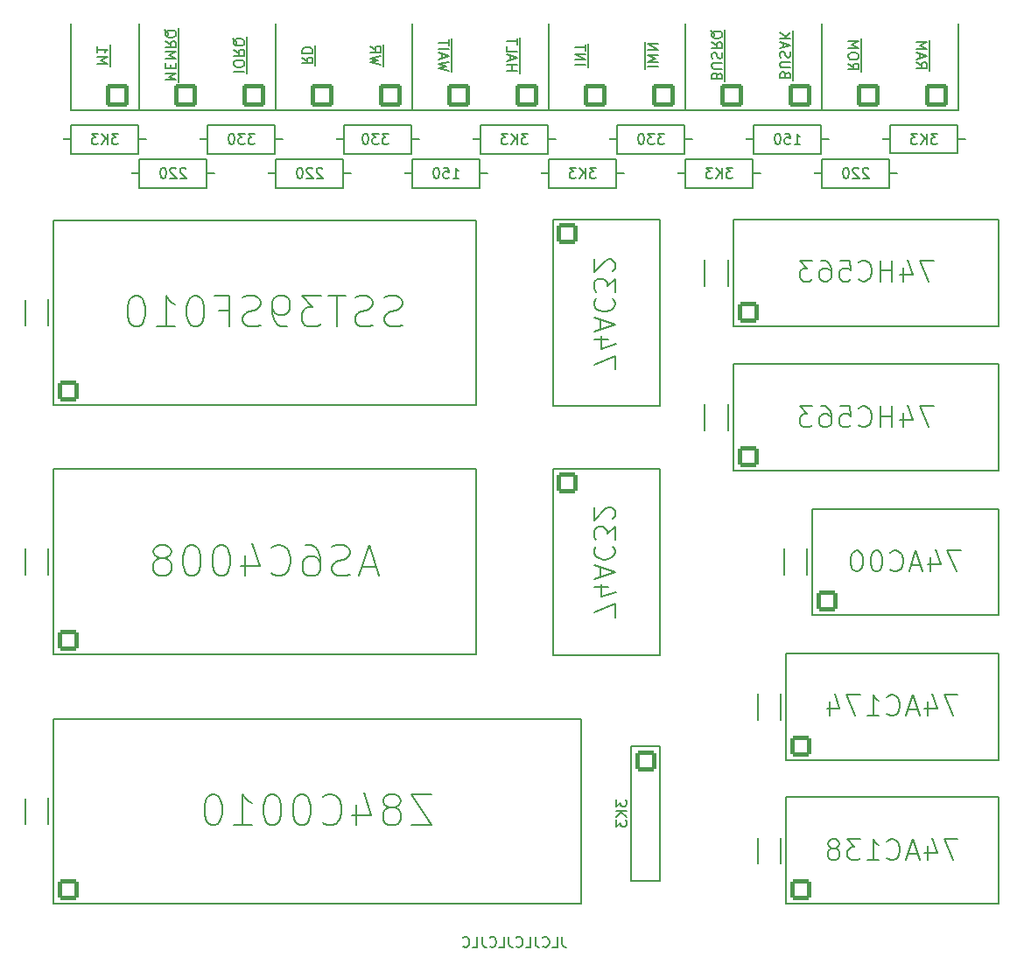
<source format=gbo>
G04 #@! TF.GenerationSoftware,KiCad,Pcbnew,(6.0.9)*
G04 #@! TF.CreationDate,2022-12-02T20:57:51-05:00*
G04 #@! TF.ProjectId,Part 4 - CPU and memory,50617274-2034-4202-9d20-43505520616e,1*
G04 #@! TF.SameCoordinates,Original*
G04 #@! TF.FileFunction,Legend,Bot*
G04 #@! TF.FilePolarity,Positive*
%FSLAX46Y46*%
G04 Gerber Fmt 4.6, Leading zero omitted, Abs format (unit mm)*
G04 Created by KiCad (PCBNEW (6.0.9)) date 2022-12-02 20:57:51*
%MOMM*%
%LPD*%
G01*
G04 APERTURE LIST*
G04 Aperture macros list*
%AMRoundRect*
0 Rectangle with rounded corners*
0 $1 Rounding radius*
0 $2 $3 $4 $5 $6 $7 $8 $9 X,Y pos of 4 corners*
0 Add a 4 corners polygon primitive as box body*
4,1,4,$2,$3,$4,$5,$6,$7,$8,$9,$2,$3,0*
0 Add four circle primitives for the rounded corners*
1,1,$1+$1,$2,$3*
1,1,$1+$1,$4,$5*
1,1,$1+$1,$6,$7*
1,1,$1+$1,$8,$9*
0 Add four rect primitives between the rounded corners*
20,1,$1+$1,$2,$3,$4,$5,0*
20,1,$1+$1,$4,$5,$6,$7,0*
20,1,$1+$1,$6,$7,$8,$9,0*
20,1,$1+$1,$8,$9,$2,$3,0*%
G04 Aperture macros list end*
%ADD10C,0.150000*%
%ADD11C,0.200000*%
%ADD12C,2.000000*%
%ADD13O,2.000000X2.000000*%
%ADD14RoundRect,0.200000X0.800000X-0.800000X0.800000X0.800000X-0.800000X0.800000X-0.800000X-0.800000X0*%
%ADD15RoundRect,0.200000X0.900000X0.900000X-0.900000X0.900000X-0.900000X-0.900000X0.900000X-0.900000X0*%
%ADD16C,2.200000*%
%ADD17RoundRect,0.200000X-0.800000X-0.800000X0.800000X-0.800000X0.800000X0.800000X-0.800000X0.800000X0*%
%ADD18RoundRect,0.200000X-0.890000X-3.810000X0.890000X-3.810000X0.890000X3.810000X-0.890000X3.810000X0*%
%ADD19RoundRect,0.200000X-0.800000X0.800000X-0.800000X-0.800000X0.800000X-0.800000X0.800000X0.800000X0*%
G04 APERTURE END LIST*
D10*
X143470380Y-115746376D02*
X143470380Y-116365423D01*
X143851333Y-116032090D01*
X143851333Y-116174947D01*
X143898952Y-116270185D01*
X143946571Y-116317804D01*
X144041809Y-116365423D01*
X144279904Y-116365423D01*
X144375142Y-116317804D01*
X144422761Y-116270185D01*
X144470380Y-116174947D01*
X144470380Y-115889233D01*
X144422761Y-115793995D01*
X144375142Y-115746376D01*
X144470380Y-116793995D02*
X143470380Y-116793995D01*
X144470380Y-117365423D02*
X143898952Y-116936852D01*
X143470380Y-117365423D02*
X144041809Y-116793995D01*
X143470380Y-117698757D02*
X143470380Y-118317804D01*
X143851333Y-117984471D01*
X143851333Y-118127328D01*
X143898952Y-118222566D01*
X143946571Y-118270185D01*
X144041809Y-118317804D01*
X144279904Y-118317804D01*
X144375142Y-118270185D01*
X144422761Y-118222566D01*
X144470380Y-118127328D01*
X144470380Y-117841614D01*
X144422761Y-117746376D01*
X144375142Y-117698757D01*
X127666666Y-55570380D02*
X128238095Y-55570380D01*
X127952380Y-55570380D02*
X127952380Y-54570380D01*
X128047619Y-54713238D01*
X128142857Y-54808476D01*
X128238095Y-54856095D01*
X126761904Y-54570380D02*
X127238095Y-54570380D01*
X127285714Y-55046571D01*
X127238095Y-54998952D01*
X127142857Y-54951333D01*
X126904761Y-54951333D01*
X126809523Y-54998952D01*
X126761904Y-55046571D01*
X126714285Y-55141809D01*
X126714285Y-55379904D01*
X126761904Y-55475142D01*
X126809523Y-55522761D01*
X126904761Y-55570380D01*
X127142857Y-55570380D01*
X127238095Y-55522761D01*
X127285714Y-55475142D01*
X126095238Y-54570380D02*
X126000000Y-54570380D01*
X125904761Y-54618000D01*
X125857142Y-54665619D01*
X125809523Y-54760857D01*
X125761904Y-54951333D01*
X125761904Y-55189428D01*
X125809523Y-55379904D01*
X125857142Y-55475142D01*
X125904761Y-55522761D01*
X126000000Y-55570380D01*
X126095238Y-55570380D01*
X126190476Y-55522761D01*
X126238095Y-55475142D01*
X126285714Y-55379904D01*
X126333333Y-55189428D01*
X126333333Y-54951333D01*
X126285714Y-54760857D01*
X126238095Y-54665619D01*
X126190476Y-54618000D01*
X126095238Y-54570380D01*
X160686666Y-52268380D02*
X161258095Y-52268380D01*
X160972380Y-52268380D02*
X160972380Y-51268380D01*
X161067619Y-51411238D01*
X161162857Y-51506476D01*
X161258095Y-51554095D01*
X159781904Y-51268380D02*
X160258095Y-51268380D01*
X160305714Y-51744571D01*
X160258095Y-51696952D01*
X160162857Y-51649333D01*
X159924761Y-51649333D01*
X159829523Y-51696952D01*
X159781904Y-51744571D01*
X159734285Y-51839809D01*
X159734285Y-52077904D01*
X159781904Y-52173142D01*
X159829523Y-52220761D01*
X159924761Y-52268380D01*
X160162857Y-52268380D01*
X160258095Y-52220761D01*
X160305714Y-52173142D01*
X159115238Y-51268380D02*
X159020000Y-51268380D01*
X158924761Y-51316000D01*
X158877142Y-51363619D01*
X158829523Y-51458857D01*
X158781904Y-51649333D01*
X158781904Y-51887428D01*
X158829523Y-52077904D01*
X158877142Y-52173142D01*
X158924761Y-52220761D01*
X159020000Y-52268380D01*
X159115238Y-52268380D01*
X159210476Y-52220761D01*
X159258095Y-52173142D01*
X159305714Y-52077904D01*
X159353333Y-51887428D01*
X159353333Y-51649333D01*
X159305714Y-51458857D01*
X159258095Y-51363619D01*
X159210476Y-51316000D01*
X159115238Y-51268380D01*
X148097714Y-51268380D02*
X147478666Y-51268380D01*
X147812000Y-51649333D01*
X147669142Y-51649333D01*
X147573904Y-51696952D01*
X147526285Y-51744571D01*
X147478666Y-51839809D01*
X147478666Y-52077904D01*
X147526285Y-52173142D01*
X147573904Y-52220761D01*
X147669142Y-52268380D01*
X147954857Y-52268380D01*
X148050095Y-52220761D01*
X148097714Y-52173142D01*
X147145333Y-51268380D02*
X146526285Y-51268380D01*
X146859619Y-51649333D01*
X146716761Y-51649333D01*
X146621523Y-51696952D01*
X146573904Y-51744571D01*
X146526285Y-51839809D01*
X146526285Y-52077904D01*
X146573904Y-52173142D01*
X146621523Y-52220761D01*
X146716761Y-52268380D01*
X147002476Y-52268380D01*
X147097714Y-52220761D01*
X147145333Y-52173142D01*
X145907238Y-51268380D02*
X145812000Y-51268380D01*
X145716761Y-51316000D01*
X145669142Y-51363619D01*
X145621523Y-51458857D01*
X145573904Y-51649333D01*
X145573904Y-51887428D01*
X145621523Y-52077904D01*
X145669142Y-52173142D01*
X145716761Y-52220761D01*
X145812000Y-52268380D01*
X145907238Y-52268380D01*
X146002476Y-52220761D01*
X146050095Y-52173142D01*
X146097714Y-52077904D01*
X146145333Y-51887428D01*
X146145333Y-51649333D01*
X146097714Y-51458857D01*
X146050095Y-51363619D01*
X146002476Y-51316000D01*
X145907238Y-51268380D01*
X121427714Y-51268380D02*
X120808666Y-51268380D01*
X121142000Y-51649333D01*
X120999142Y-51649333D01*
X120903904Y-51696952D01*
X120856285Y-51744571D01*
X120808666Y-51839809D01*
X120808666Y-52077904D01*
X120856285Y-52173142D01*
X120903904Y-52220761D01*
X120999142Y-52268380D01*
X121284857Y-52268380D01*
X121380095Y-52220761D01*
X121427714Y-52173142D01*
X120475333Y-51268380D02*
X119856285Y-51268380D01*
X120189619Y-51649333D01*
X120046761Y-51649333D01*
X119951523Y-51696952D01*
X119903904Y-51744571D01*
X119856285Y-51839809D01*
X119856285Y-52077904D01*
X119903904Y-52173142D01*
X119951523Y-52220761D01*
X120046761Y-52268380D01*
X120332476Y-52268380D01*
X120427714Y-52220761D01*
X120475333Y-52173142D01*
X119237238Y-51268380D02*
X119142000Y-51268380D01*
X119046761Y-51316000D01*
X118999142Y-51363619D01*
X118951523Y-51458857D01*
X118903904Y-51649333D01*
X118903904Y-51887428D01*
X118951523Y-52077904D01*
X118999142Y-52173142D01*
X119046761Y-52220761D01*
X119142000Y-52268380D01*
X119237238Y-52268380D01*
X119332476Y-52220761D01*
X119380095Y-52173142D01*
X119427714Y-52077904D01*
X119475333Y-51887428D01*
X119475333Y-51649333D01*
X119427714Y-51458857D01*
X119380095Y-51363619D01*
X119332476Y-51316000D01*
X119237238Y-51268380D01*
X108473714Y-51268380D02*
X107854666Y-51268380D01*
X108188000Y-51649333D01*
X108045142Y-51649333D01*
X107949904Y-51696952D01*
X107902285Y-51744571D01*
X107854666Y-51839809D01*
X107854666Y-52077904D01*
X107902285Y-52173142D01*
X107949904Y-52220761D01*
X108045142Y-52268380D01*
X108330857Y-52268380D01*
X108426095Y-52220761D01*
X108473714Y-52173142D01*
X107521333Y-51268380D02*
X106902285Y-51268380D01*
X107235619Y-51649333D01*
X107092761Y-51649333D01*
X106997523Y-51696952D01*
X106949904Y-51744571D01*
X106902285Y-51839809D01*
X106902285Y-52077904D01*
X106949904Y-52173142D01*
X106997523Y-52220761D01*
X107092761Y-52268380D01*
X107378476Y-52268380D01*
X107473714Y-52220761D01*
X107521333Y-52173142D01*
X106283238Y-51268380D02*
X106188000Y-51268380D01*
X106092761Y-51316000D01*
X106045142Y-51363619D01*
X105997523Y-51458857D01*
X105949904Y-51649333D01*
X105949904Y-51887428D01*
X105997523Y-52077904D01*
X106045142Y-52173142D01*
X106092761Y-52220761D01*
X106188000Y-52268380D01*
X106283238Y-52268380D01*
X106378476Y-52220761D01*
X106426095Y-52173142D01*
X106473714Y-52077904D01*
X106521333Y-51887428D01*
X106521333Y-51649333D01*
X106473714Y-51458857D01*
X106426095Y-51363619D01*
X106378476Y-51316000D01*
X106283238Y-51268380D01*
X101822095Y-54665619D02*
X101774476Y-54618000D01*
X101679238Y-54570380D01*
X101441142Y-54570380D01*
X101345904Y-54618000D01*
X101298285Y-54665619D01*
X101250666Y-54760857D01*
X101250666Y-54856095D01*
X101298285Y-54998952D01*
X101869714Y-55570380D01*
X101250666Y-55570380D01*
X100869714Y-54665619D02*
X100822095Y-54618000D01*
X100726857Y-54570380D01*
X100488761Y-54570380D01*
X100393523Y-54618000D01*
X100345904Y-54665619D01*
X100298285Y-54760857D01*
X100298285Y-54856095D01*
X100345904Y-54998952D01*
X100917333Y-55570380D01*
X100298285Y-55570380D01*
X99679238Y-54570380D02*
X99584000Y-54570380D01*
X99488761Y-54618000D01*
X99441142Y-54665619D01*
X99393523Y-54760857D01*
X99345904Y-54951333D01*
X99345904Y-55189428D01*
X99393523Y-55379904D01*
X99441142Y-55475142D01*
X99488761Y-55522761D01*
X99584000Y-55570380D01*
X99679238Y-55570380D01*
X99774476Y-55522761D01*
X99822095Y-55475142D01*
X99869714Y-55379904D01*
X99917333Y-55189428D01*
X99917333Y-54951333D01*
X99869714Y-54760857D01*
X99822095Y-54665619D01*
X99774476Y-54618000D01*
X99679238Y-54570380D01*
X115030095Y-54665619D02*
X114982476Y-54618000D01*
X114887238Y-54570380D01*
X114649142Y-54570380D01*
X114553904Y-54618000D01*
X114506285Y-54665619D01*
X114458666Y-54760857D01*
X114458666Y-54856095D01*
X114506285Y-54998952D01*
X115077714Y-55570380D01*
X114458666Y-55570380D01*
X114077714Y-54665619D02*
X114030095Y-54618000D01*
X113934857Y-54570380D01*
X113696761Y-54570380D01*
X113601523Y-54618000D01*
X113553904Y-54665619D01*
X113506285Y-54760857D01*
X113506285Y-54856095D01*
X113553904Y-54998952D01*
X114125333Y-55570380D01*
X113506285Y-55570380D01*
X112887238Y-54570380D02*
X112792000Y-54570380D01*
X112696761Y-54618000D01*
X112649142Y-54665619D01*
X112601523Y-54760857D01*
X112553904Y-54951333D01*
X112553904Y-55189428D01*
X112601523Y-55379904D01*
X112649142Y-55475142D01*
X112696761Y-55522761D01*
X112792000Y-55570380D01*
X112887238Y-55570380D01*
X112982476Y-55522761D01*
X113030095Y-55475142D01*
X113077714Y-55379904D01*
X113125333Y-55189428D01*
X113125333Y-54951333D01*
X113077714Y-54760857D01*
X113030095Y-54665619D01*
X112982476Y-54618000D01*
X112887238Y-54570380D01*
X167862095Y-54665619D02*
X167814476Y-54618000D01*
X167719238Y-54570380D01*
X167481142Y-54570380D01*
X167385904Y-54618000D01*
X167338285Y-54665619D01*
X167290666Y-54760857D01*
X167290666Y-54856095D01*
X167338285Y-54998952D01*
X167909714Y-55570380D01*
X167290666Y-55570380D01*
X166909714Y-54665619D02*
X166862095Y-54618000D01*
X166766857Y-54570380D01*
X166528761Y-54570380D01*
X166433523Y-54618000D01*
X166385904Y-54665619D01*
X166338285Y-54760857D01*
X166338285Y-54856095D01*
X166385904Y-54998952D01*
X166957333Y-55570380D01*
X166338285Y-55570380D01*
X165719238Y-54570380D02*
X165624000Y-54570380D01*
X165528761Y-54618000D01*
X165481142Y-54665619D01*
X165433523Y-54760857D01*
X165385904Y-54951333D01*
X165385904Y-55189428D01*
X165433523Y-55379904D01*
X165481142Y-55475142D01*
X165528761Y-55522761D01*
X165624000Y-55570380D01*
X165719238Y-55570380D01*
X165814476Y-55522761D01*
X165862095Y-55475142D01*
X165909714Y-55379904D01*
X165957333Y-55189428D01*
X165957333Y-54951333D01*
X165909714Y-54760857D01*
X165862095Y-54665619D01*
X165814476Y-54618000D01*
X165719238Y-54570380D01*
X174537523Y-51268380D02*
X173918476Y-51268380D01*
X174251809Y-51649333D01*
X174108952Y-51649333D01*
X174013714Y-51696952D01*
X173966095Y-51744571D01*
X173918476Y-51839809D01*
X173918476Y-52077904D01*
X173966095Y-52173142D01*
X174013714Y-52220761D01*
X174108952Y-52268380D01*
X174394666Y-52268380D01*
X174489904Y-52220761D01*
X174537523Y-52173142D01*
X173489904Y-52268380D02*
X173489904Y-51268380D01*
X172918476Y-52268380D02*
X173347047Y-51696952D01*
X172918476Y-51268380D02*
X173489904Y-51839809D01*
X172585142Y-51268380D02*
X171966095Y-51268380D01*
X172299428Y-51649333D01*
X172156571Y-51649333D01*
X172061333Y-51696952D01*
X172013714Y-51744571D01*
X171966095Y-51839809D01*
X171966095Y-52077904D01*
X172013714Y-52173142D01*
X172061333Y-52220761D01*
X172156571Y-52268380D01*
X172442285Y-52268380D01*
X172537523Y-52220761D01*
X172585142Y-52173142D01*
X154725523Y-54570380D02*
X154106476Y-54570380D01*
X154439809Y-54951333D01*
X154296952Y-54951333D01*
X154201714Y-54998952D01*
X154154095Y-55046571D01*
X154106476Y-55141809D01*
X154106476Y-55379904D01*
X154154095Y-55475142D01*
X154201714Y-55522761D01*
X154296952Y-55570380D01*
X154582666Y-55570380D01*
X154677904Y-55522761D01*
X154725523Y-55475142D01*
X153677904Y-55570380D02*
X153677904Y-54570380D01*
X153106476Y-55570380D02*
X153535047Y-54998952D01*
X153106476Y-54570380D02*
X153677904Y-55141809D01*
X152773142Y-54570380D02*
X152154095Y-54570380D01*
X152487428Y-54951333D01*
X152344571Y-54951333D01*
X152249333Y-54998952D01*
X152201714Y-55046571D01*
X152154095Y-55141809D01*
X152154095Y-55379904D01*
X152201714Y-55475142D01*
X152249333Y-55522761D01*
X152344571Y-55570380D01*
X152630285Y-55570380D01*
X152725523Y-55522761D01*
X152773142Y-55475142D01*
X141517523Y-54570380D02*
X140898476Y-54570380D01*
X141231809Y-54951333D01*
X141088952Y-54951333D01*
X140993714Y-54998952D01*
X140946095Y-55046571D01*
X140898476Y-55141809D01*
X140898476Y-55379904D01*
X140946095Y-55475142D01*
X140993714Y-55522761D01*
X141088952Y-55570380D01*
X141374666Y-55570380D01*
X141469904Y-55522761D01*
X141517523Y-55475142D01*
X140469904Y-55570380D02*
X140469904Y-54570380D01*
X139898476Y-55570380D02*
X140327047Y-54998952D01*
X139898476Y-54570380D02*
X140469904Y-55141809D01*
X139565142Y-54570380D02*
X138946095Y-54570380D01*
X139279428Y-54951333D01*
X139136571Y-54951333D01*
X139041333Y-54998952D01*
X138993714Y-55046571D01*
X138946095Y-55141809D01*
X138946095Y-55379904D01*
X138993714Y-55475142D01*
X139041333Y-55522761D01*
X139136571Y-55570380D01*
X139422285Y-55570380D01*
X139517523Y-55522761D01*
X139565142Y-55475142D01*
X134913523Y-51268380D02*
X134294476Y-51268380D01*
X134627809Y-51649333D01*
X134484952Y-51649333D01*
X134389714Y-51696952D01*
X134342095Y-51744571D01*
X134294476Y-51839809D01*
X134294476Y-52077904D01*
X134342095Y-52173142D01*
X134389714Y-52220761D01*
X134484952Y-52268380D01*
X134770666Y-52268380D01*
X134865904Y-52220761D01*
X134913523Y-52173142D01*
X133865904Y-52268380D02*
X133865904Y-51268380D01*
X133294476Y-52268380D02*
X133723047Y-51696952D01*
X133294476Y-51268380D02*
X133865904Y-51839809D01*
X132961142Y-51268380D02*
X132342095Y-51268380D01*
X132675428Y-51649333D01*
X132532571Y-51649333D01*
X132437333Y-51696952D01*
X132389714Y-51744571D01*
X132342095Y-51839809D01*
X132342095Y-52077904D01*
X132389714Y-52173142D01*
X132437333Y-52220761D01*
X132532571Y-52268380D01*
X132818285Y-52268380D01*
X132913523Y-52220761D01*
X132961142Y-52173142D01*
X95289523Y-51268380D02*
X94670476Y-51268380D01*
X95003809Y-51649333D01*
X94860952Y-51649333D01*
X94765714Y-51696952D01*
X94718095Y-51744571D01*
X94670476Y-51839809D01*
X94670476Y-52077904D01*
X94718095Y-52173142D01*
X94765714Y-52220761D01*
X94860952Y-52268380D01*
X95146666Y-52268380D01*
X95241904Y-52220761D01*
X95289523Y-52173142D01*
X94241904Y-52268380D02*
X94241904Y-51268380D01*
X93670476Y-52268380D02*
X94099047Y-51696952D01*
X93670476Y-51268380D02*
X94241904Y-51839809D01*
X93337142Y-51268380D02*
X92718095Y-51268380D01*
X93051428Y-51649333D01*
X92908571Y-51649333D01*
X92813333Y-51696952D01*
X92765714Y-51744571D01*
X92718095Y-51839809D01*
X92718095Y-52077904D01*
X92765714Y-52173142D01*
X92813333Y-52220761D01*
X92908571Y-52268380D01*
X93194285Y-52268380D01*
X93289523Y-52220761D01*
X93337142Y-52173142D01*
X123723400Y-55118000D02*
X122986800Y-55118000D01*
X180467000Y-111861600D02*
X159893000Y-111861600D01*
X159893000Y-111861600D02*
X159893000Y-101574600D01*
X159893000Y-101574600D02*
X180467000Y-101574600D01*
X180467000Y-101574600D02*
X180467000Y-111861600D01*
X123698000Y-49022000D02*
X110490000Y-49022000D01*
X154838400Y-69875400D02*
X180467000Y-69875400D01*
X180467000Y-69875400D02*
X180467000Y-59613800D01*
X180467000Y-59613800D02*
X154838400Y-59613800D01*
X154838400Y-59613800D02*
X154838400Y-69875400D01*
X169976800Y-53162200D02*
X176504600Y-53162200D01*
X176504600Y-53162200D02*
X176504600Y-50444400D01*
X176504600Y-50444400D02*
X169976800Y-50444400D01*
X169976800Y-50444400D02*
X169976800Y-53162200D01*
X152044400Y-66040000D02*
X152044400Y-63500000D01*
X156743400Y-51816000D02*
X156006800Y-51816000D01*
X103860600Y-55118000D02*
X104597200Y-55118000D01*
X89027000Y-59639200D02*
X129921000Y-59639200D01*
X129921000Y-59639200D02*
X129921000Y-77546200D01*
X129921000Y-77546200D02*
X89027000Y-77546200D01*
X89027000Y-77546200D02*
X89027000Y-59639200D01*
X157162500Y-108013500D02*
X157162500Y-105473500D01*
X110464600Y-53187600D02*
X103911400Y-53187600D01*
X103911400Y-53187600D02*
X103911400Y-50444400D01*
X103911400Y-50444400D02*
X110464600Y-50444400D01*
X110464600Y-50444400D02*
X110464600Y-53187600D01*
X136931400Y-55118000D02*
X136194800Y-55118000D01*
X163322000Y-40640000D02*
X163322000Y-49022000D01*
X136906000Y-49022000D02*
X123698000Y-49022000D01*
X159893000Y-125780800D02*
X180467000Y-125780800D01*
X180467000Y-125780800D02*
X180467000Y-115493800D01*
X180467000Y-115493800D02*
X159893000Y-115493800D01*
X159893000Y-115493800D02*
X159893000Y-125780800D01*
X156692600Y-53746400D02*
X150139400Y-53746400D01*
X150139400Y-53746400D02*
X150139400Y-56489600D01*
X150139400Y-56489600D02*
X156692600Y-56489600D01*
X156692600Y-56489600D02*
X156692600Y-53746400D01*
X163322000Y-49022000D02*
X176530000Y-49022000D01*
X159334200Y-105473500D02*
X159334200Y-108013500D01*
X130276600Y-53746400D02*
X123723400Y-53746400D01*
X123723400Y-53746400D02*
X123723400Y-56489600D01*
X123723400Y-56489600D02*
X130276600Y-56489600D01*
X130276600Y-56489600D02*
X130276600Y-53746400D01*
X86283800Y-91440000D02*
X86283800Y-93929200D01*
X159359600Y-121920000D02*
X159359600Y-119405400D01*
X154254200Y-77470000D02*
X154254200Y-79946500D01*
X152044400Y-79946500D02*
X152044400Y-77470000D01*
X97307400Y-55118000D02*
X96570800Y-55118000D01*
X162433000Y-97840800D02*
X180467000Y-97840800D01*
X180467000Y-97840800D02*
X180467000Y-87579200D01*
X180467000Y-87579200D02*
X162433000Y-87579200D01*
X162433000Y-87579200D02*
X162433000Y-97840800D01*
X86283800Y-67335400D02*
X86283800Y-69824600D01*
X143484600Y-55118000D02*
X144221200Y-55118000D01*
X88468200Y-93929200D02*
X88468200Y-91414600D01*
X129921000Y-83743800D02*
X89027000Y-83743800D01*
X89027000Y-83743800D02*
X89027000Y-101650800D01*
X89027000Y-101650800D02*
X129921000Y-101650800D01*
X129921000Y-101650800D02*
X129921000Y-83743800D01*
X157149800Y-119405400D02*
X157149800Y-121920000D01*
X123672600Y-51816000D02*
X124409200Y-51816000D01*
X123672600Y-53187600D02*
X117144800Y-53187600D01*
X117144800Y-53187600D02*
X117144800Y-50444400D01*
X117144800Y-50444400D02*
X123672600Y-50444400D01*
X123672600Y-50444400D02*
X123672600Y-53187600D01*
X143484600Y-53746400D02*
X136931400Y-53746400D01*
X136931400Y-53746400D02*
X136931400Y-56489600D01*
X136931400Y-56489600D02*
X143484600Y-56489600D01*
X143484600Y-56489600D02*
X143484600Y-53746400D01*
X144907000Y-110540800D02*
X147701000Y-110540800D01*
X147701000Y-110540800D02*
X147701000Y-123571000D01*
X147701000Y-123571000D02*
X144907000Y-123571000D01*
X144907000Y-123571000D02*
X144907000Y-110540800D01*
X110464600Y-51816000D02*
X111201200Y-51816000D01*
X136880600Y-53187600D02*
X130352800Y-53187600D01*
X130352800Y-53187600D02*
X130352800Y-50444400D01*
X130352800Y-50444400D02*
X136880600Y-50444400D01*
X136880600Y-50444400D02*
X136880600Y-53187600D01*
X117144800Y-51816000D02*
X116382800Y-51816000D01*
X90678000Y-49022000D02*
X90678000Y-40640000D01*
X154254200Y-63500000D02*
X154254200Y-66040000D01*
X103860600Y-53746400D02*
X97307400Y-53746400D01*
X97307400Y-53746400D02*
X97307400Y-56489600D01*
X97307400Y-56489600D02*
X103860600Y-56489600D01*
X103860600Y-56489600D02*
X103860600Y-53746400D01*
X150114000Y-49022000D02*
X136906000Y-49022000D01*
X103911400Y-51816000D02*
X103174800Y-51816000D01*
X150088600Y-51816000D02*
X150825200Y-51816000D01*
X156692600Y-55118000D02*
X157429200Y-55118000D01*
X89027000Y-107899200D02*
X140081000Y-107899200D01*
X140081000Y-107899200D02*
X140081000Y-125806200D01*
X140081000Y-125806200D02*
X89027000Y-125806200D01*
X89027000Y-125806200D02*
X89027000Y-107899200D01*
X169900600Y-53746400D02*
X163347400Y-53746400D01*
X163347400Y-53746400D02*
X163347400Y-56489600D01*
X163347400Y-56489600D02*
X169900600Y-56489600D01*
X169900600Y-56489600D02*
X169900600Y-53746400D01*
X110515400Y-55118000D02*
X109778800Y-55118000D01*
X161874200Y-93980000D02*
X161874200Y-91440000D01*
X176530000Y-49022000D02*
X176530000Y-40640000D01*
X156718000Y-49022000D02*
X150114000Y-49022000D01*
X110490000Y-49022000D02*
X97282000Y-49022000D01*
X150139400Y-55118000D02*
X149402800Y-55118000D01*
X163347400Y-55118000D02*
X162610800Y-55118000D01*
X176504600Y-51803300D02*
X177241200Y-51816000D01*
X150088600Y-53187600D02*
X143535400Y-53187600D01*
X143535400Y-53187600D02*
X143535400Y-50444400D01*
X143535400Y-50444400D02*
X150088600Y-50444400D01*
X150088600Y-50444400D02*
X150088600Y-53187600D01*
X130302000Y-51816000D02*
X129590800Y-51816000D01*
X136906000Y-49022000D02*
X136906000Y-40640000D01*
X90703400Y-51816000D02*
X89966800Y-51816000D01*
X169900600Y-55118000D02*
X170637200Y-55118000D01*
X97256600Y-50444400D02*
X90703400Y-50444400D01*
X90703400Y-50444400D02*
X90703400Y-53187600D01*
X90703400Y-53187600D02*
X97256600Y-53187600D01*
X97256600Y-53187600D02*
X97256600Y-50444400D01*
X97256600Y-51816000D02*
X97993200Y-51816000D01*
X110490000Y-49022000D02*
X110490000Y-40640000D01*
X117068600Y-55118000D02*
X117805200Y-55118000D01*
X163296600Y-51816000D02*
X164033200Y-51816000D01*
X88468200Y-118084600D02*
X88468200Y-115570000D01*
X137363200Y-83693000D02*
X147650200Y-83693000D01*
X147650200Y-83693000D02*
X147650200Y-101727000D01*
X147650200Y-101727000D02*
X137363200Y-101727000D01*
X137363200Y-101727000D02*
X137363200Y-83693000D01*
X123698000Y-49022000D02*
X123698000Y-40640000D01*
X163322000Y-49022000D02*
X156718000Y-49022000D01*
X159689800Y-91440000D02*
X159689800Y-93980000D01*
X163296600Y-50444400D02*
X156743400Y-50444400D01*
X156743400Y-50444400D02*
X156743400Y-53187600D01*
X156743400Y-53187600D02*
X163296600Y-53187600D01*
X163296600Y-53187600D02*
X163296600Y-50444400D01*
X169976800Y-51803300D02*
X169214800Y-51816000D01*
X86283800Y-115595400D02*
X86283800Y-118084600D01*
X88468200Y-69824600D02*
X88468200Y-67310000D01*
X97282000Y-49022000D02*
X97282000Y-40640000D01*
X97282000Y-49022000D02*
X90678000Y-49022000D01*
X150114000Y-49022000D02*
X150114000Y-40640000D01*
X137363200Y-59563000D02*
X147650200Y-59563000D01*
X147650200Y-59563000D02*
X147650200Y-77597000D01*
X147650200Y-77597000D02*
X137363200Y-77597000D01*
X137363200Y-77597000D02*
X137363200Y-59563000D01*
X180467000Y-83845400D02*
X154813000Y-83845400D01*
X154813000Y-83845400D02*
X154813000Y-73583800D01*
X154813000Y-73583800D02*
X180467000Y-73583800D01*
X180467000Y-73583800D02*
X180467000Y-83845400D01*
X117068600Y-53746400D02*
X110515400Y-53746400D01*
X110515400Y-53746400D02*
X110515400Y-56489600D01*
X110515400Y-56489600D02*
X117068600Y-56489600D01*
X117068600Y-56489600D02*
X117068600Y-53746400D01*
X143535400Y-51816000D02*
X142798800Y-51816000D01*
X136880600Y-51816000D02*
X137617200Y-51816000D01*
X130276600Y-55118000D02*
X131013200Y-55118000D01*
D11*
X143335238Y-98090952D02*
X143335238Y-96757619D01*
X141335238Y-97614761D01*
X142668571Y-95138571D02*
X141335238Y-95138571D01*
X143430476Y-95614761D02*
X142001904Y-96090952D01*
X142001904Y-94852857D01*
X141906666Y-94186190D02*
X141906666Y-93233809D01*
X141335238Y-94376666D02*
X143335238Y-93710000D01*
X141335238Y-93043333D01*
X141525714Y-91233809D02*
X141430476Y-91329047D01*
X141335238Y-91614761D01*
X141335238Y-91805238D01*
X141430476Y-92090952D01*
X141620952Y-92281428D01*
X141811428Y-92376666D01*
X142192380Y-92471904D01*
X142478095Y-92471904D01*
X142859047Y-92376666D01*
X143049523Y-92281428D01*
X143240000Y-92090952D01*
X143335238Y-91805238D01*
X143335238Y-91614761D01*
X143240000Y-91329047D01*
X143144761Y-91233809D01*
X143335238Y-90567142D02*
X143335238Y-89329047D01*
X142573333Y-89995714D01*
X142573333Y-89710000D01*
X142478095Y-89519523D01*
X142382857Y-89424285D01*
X142192380Y-89329047D01*
X141716190Y-89329047D01*
X141525714Y-89424285D01*
X141430476Y-89519523D01*
X141335238Y-89710000D01*
X141335238Y-90281428D01*
X141430476Y-90471904D01*
X141525714Y-90567142D01*
X143144761Y-88567142D02*
X143240000Y-88471904D01*
X143335238Y-88281428D01*
X143335238Y-87805238D01*
X143240000Y-87614761D01*
X143144761Y-87519523D01*
X142954285Y-87424285D01*
X142763809Y-87424285D01*
X142478095Y-87519523D01*
X141335238Y-88662380D01*
X141335238Y-87424285D01*
X125625428Y-115197142D02*
X123625428Y-115197142D01*
X125625428Y-118197142D01*
X123625428Y-118197142D01*
X122054000Y-116482857D02*
X122339714Y-116340000D01*
X122482571Y-116197142D01*
X122625428Y-115911428D01*
X122625428Y-115768571D01*
X122482571Y-115482857D01*
X122339714Y-115340000D01*
X122054000Y-115197142D01*
X121482571Y-115197142D01*
X121196857Y-115340000D01*
X121054000Y-115482857D01*
X120911142Y-115768571D01*
X120911142Y-115911428D01*
X121054000Y-116197142D01*
X121196857Y-116340000D01*
X121482571Y-116482857D01*
X122054000Y-116482857D01*
X122339714Y-116625714D01*
X122482571Y-116768571D01*
X122625428Y-117054285D01*
X122625428Y-117625714D01*
X122482571Y-117911428D01*
X122339714Y-118054285D01*
X122054000Y-118197142D01*
X121482571Y-118197142D01*
X121196857Y-118054285D01*
X121054000Y-117911428D01*
X120911142Y-117625714D01*
X120911142Y-117054285D01*
X121054000Y-116768571D01*
X121196857Y-116625714D01*
X121482571Y-116482857D01*
X118339714Y-116197142D02*
X118339714Y-118197142D01*
X119054000Y-115054285D02*
X119768285Y-117197142D01*
X117911142Y-117197142D01*
X115054000Y-117911428D02*
X115196857Y-118054285D01*
X115625428Y-118197142D01*
X115911142Y-118197142D01*
X116339714Y-118054285D01*
X116625428Y-117768571D01*
X116768285Y-117482857D01*
X116911142Y-116911428D01*
X116911142Y-116482857D01*
X116768285Y-115911428D01*
X116625428Y-115625714D01*
X116339714Y-115340000D01*
X115911142Y-115197142D01*
X115625428Y-115197142D01*
X115196857Y-115340000D01*
X115054000Y-115482857D01*
X113196857Y-115197142D02*
X112911142Y-115197142D01*
X112625428Y-115340000D01*
X112482571Y-115482857D01*
X112339714Y-115768571D01*
X112196857Y-116340000D01*
X112196857Y-117054285D01*
X112339714Y-117625714D01*
X112482571Y-117911428D01*
X112625428Y-118054285D01*
X112911142Y-118197142D01*
X113196857Y-118197142D01*
X113482571Y-118054285D01*
X113625428Y-117911428D01*
X113768285Y-117625714D01*
X113911142Y-117054285D01*
X113911142Y-116340000D01*
X113768285Y-115768571D01*
X113625428Y-115482857D01*
X113482571Y-115340000D01*
X113196857Y-115197142D01*
X110339714Y-115197142D02*
X110054000Y-115197142D01*
X109768285Y-115340000D01*
X109625428Y-115482857D01*
X109482571Y-115768571D01*
X109339714Y-116340000D01*
X109339714Y-117054285D01*
X109482571Y-117625714D01*
X109625428Y-117911428D01*
X109768285Y-118054285D01*
X110054000Y-118197142D01*
X110339714Y-118197142D01*
X110625428Y-118054285D01*
X110768285Y-117911428D01*
X110911142Y-117625714D01*
X111054000Y-117054285D01*
X111054000Y-116340000D01*
X110911142Y-115768571D01*
X110768285Y-115482857D01*
X110625428Y-115340000D01*
X110339714Y-115197142D01*
X106482571Y-118197142D02*
X108196857Y-118197142D01*
X107339714Y-118197142D02*
X107339714Y-115197142D01*
X107625428Y-115625714D01*
X107911142Y-115911428D01*
X108196857Y-116054285D01*
X104625428Y-115197142D02*
X104339714Y-115197142D01*
X104054000Y-115340000D01*
X103911142Y-115482857D01*
X103768285Y-115768571D01*
X103625428Y-116340000D01*
X103625428Y-117054285D01*
X103768285Y-117625714D01*
X103911142Y-117911428D01*
X104054000Y-118054285D01*
X104339714Y-118197142D01*
X104625428Y-118197142D01*
X104911142Y-118054285D01*
X105054000Y-117911428D01*
X105196857Y-117625714D01*
X105339714Y-117054285D01*
X105339714Y-116340000D01*
X105196857Y-115768571D01*
X105054000Y-115482857D01*
X104911142Y-115340000D01*
X104625428Y-115197142D01*
X174163809Y-77644761D02*
X172830476Y-77644761D01*
X173687619Y-79644761D01*
X171211428Y-78311428D02*
X171211428Y-79644761D01*
X171687619Y-77549523D02*
X172163809Y-78978095D01*
X170925714Y-78978095D01*
X170163809Y-79644761D02*
X170163809Y-77644761D01*
X170163809Y-78597142D02*
X169020952Y-78597142D01*
X169020952Y-79644761D02*
X169020952Y-77644761D01*
X166925714Y-79454285D02*
X167020952Y-79549523D01*
X167306666Y-79644761D01*
X167497142Y-79644761D01*
X167782857Y-79549523D01*
X167973333Y-79359047D01*
X168068571Y-79168571D01*
X168163809Y-78787619D01*
X168163809Y-78501904D01*
X168068571Y-78120952D01*
X167973333Y-77930476D01*
X167782857Y-77740000D01*
X167497142Y-77644761D01*
X167306666Y-77644761D01*
X167020952Y-77740000D01*
X166925714Y-77835238D01*
X165116190Y-77644761D02*
X166068571Y-77644761D01*
X166163809Y-78597142D01*
X166068571Y-78501904D01*
X165878095Y-78406666D01*
X165401904Y-78406666D01*
X165211428Y-78501904D01*
X165116190Y-78597142D01*
X165020952Y-78787619D01*
X165020952Y-79263809D01*
X165116190Y-79454285D01*
X165211428Y-79549523D01*
X165401904Y-79644761D01*
X165878095Y-79644761D01*
X166068571Y-79549523D01*
X166163809Y-79454285D01*
X163306666Y-77644761D02*
X163687619Y-77644761D01*
X163878095Y-77740000D01*
X163973333Y-77835238D01*
X164163809Y-78120952D01*
X164259047Y-78501904D01*
X164259047Y-79263809D01*
X164163809Y-79454285D01*
X164068571Y-79549523D01*
X163878095Y-79644761D01*
X163497142Y-79644761D01*
X163306666Y-79549523D01*
X163211428Y-79454285D01*
X163116190Y-79263809D01*
X163116190Y-78787619D01*
X163211428Y-78597142D01*
X163306666Y-78501904D01*
X163497142Y-78406666D01*
X163878095Y-78406666D01*
X164068571Y-78501904D01*
X164163809Y-78597142D01*
X164259047Y-78787619D01*
X162449523Y-77644761D02*
X161211428Y-77644761D01*
X161878095Y-78406666D01*
X161592380Y-78406666D01*
X161401904Y-78501904D01*
X161306666Y-78597142D01*
X161211428Y-78787619D01*
X161211428Y-79263809D01*
X161306666Y-79454285D01*
X161401904Y-79549523D01*
X161592380Y-79644761D01*
X162163809Y-79644761D01*
X162354285Y-79549523D01*
X162449523Y-79454285D01*
X120259714Y-93210000D02*
X118831142Y-93210000D01*
X120545428Y-94067142D02*
X119545428Y-91067142D01*
X118545428Y-94067142D01*
X117688285Y-93924285D02*
X117259714Y-94067142D01*
X116545428Y-94067142D01*
X116259714Y-93924285D01*
X116116857Y-93781428D01*
X115974000Y-93495714D01*
X115974000Y-93210000D01*
X116116857Y-92924285D01*
X116259714Y-92781428D01*
X116545428Y-92638571D01*
X117116857Y-92495714D01*
X117402571Y-92352857D01*
X117545428Y-92210000D01*
X117688285Y-91924285D01*
X117688285Y-91638571D01*
X117545428Y-91352857D01*
X117402571Y-91210000D01*
X117116857Y-91067142D01*
X116402571Y-91067142D01*
X115974000Y-91210000D01*
X113402571Y-91067142D02*
X113974000Y-91067142D01*
X114259714Y-91210000D01*
X114402571Y-91352857D01*
X114688285Y-91781428D01*
X114831142Y-92352857D01*
X114831142Y-93495714D01*
X114688285Y-93781428D01*
X114545428Y-93924285D01*
X114259714Y-94067142D01*
X113688285Y-94067142D01*
X113402571Y-93924285D01*
X113259714Y-93781428D01*
X113116857Y-93495714D01*
X113116857Y-92781428D01*
X113259714Y-92495714D01*
X113402571Y-92352857D01*
X113688285Y-92210000D01*
X114259714Y-92210000D01*
X114545428Y-92352857D01*
X114688285Y-92495714D01*
X114831142Y-92781428D01*
X110116857Y-93781428D02*
X110259714Y-93924285D01*
X110688285Y-94067142D01*
X110974000Y-94067142D01*
X111402571Y-93924285D01*
X111688285Y-93638571D01*
X111831142Y-93352857D01*
X111974000Y-92781428D01*
X111974000Y-92352857D01*
X111831142Y-91781428D01*
X111688285Y-91495714D01*
X111402571Y-91210000D01*
X110974000Y-91067142D01*
X110688285Y-91067142D01*
X110259714Y-91210000D01*
X110116857Y-91352857D01*
X107545428Y-92067142D02*
X107545428Y-94067142D01*
X108259714Y-90924285D02*
X108974000Y-93067142D01*
X107116857Y-93067142D01*
X105402571Y-91067142D02*
X105116857Y-91067142D01*
X104831142Y-91210000D01*
X104688285Y-91352857D01*
X104545428Y-91638571D01*
X104402571Y-92210000D01*
X104402571Y-92924285D01*
X104545428Y-93495714D01*
X104688285Y-93781428D01*
X104831142Y-93924285D01*
X105116857Y-94067142D01*
X105402571Y-94067142D01*
X105688285Y-93924285D01*
X105831142Y-93781428D01*
X105974000Y-93495714D01*
X106116857Y-92924285D01*
X106116857Y-92210000D01*
X105974000Y-91638571D01*
X105831142Y-91352857D01*
X105688285Y-91210000D01*
X105402571Y-91067142D01*
X102545428Y-91067142D02*
X102259714Y-91067142D01*
X101974000Y-91210000D01*
X101831142Y-91352857D01*
X101688285Y-91638571D01*
X101545428Y-92210000D01*
X101545428Y-92924285D01*
X101688285Y-93495714D01*
X101831142Y-93781428D01*
X101974000Y-93924285D01*
X102259714Y-94067142D01*
X102545428Y-94067142D01*
X102831142Y-93924285D01*
X102974000Y-93781428D01*
X103116857Y-93495714D01*
X103259714Y-92924285D01*
X103259714Y-92210000D01*
X103116857Y-91638571D01*
X102974000Y-91352857D01*
X102831142Y-91210000D01*
X102545428Y-91067142D01*
X99831142Y-92352857D02*
X100116857Y-92210000D01*
X100259714Y-92067142D01*
X100402571Y-91781428D01*
X100402571Y-91638571D01*
X100259714Y-91352857D01*
X100116857Y-91210000D01*
X99831142Y-91067142D01*
X99259714Y-91067142D01*
X98974000Y-91210000D01*
X98831142Y-91352857D01*
X98688285Y-91638571D01*
X98688285Y-91781428D01*
X98831142Y-92067142D01*
X98974000Y-92210000D01*
X99259714Y-92352857D01*
X99831142Y-92352857D01*
X100116857Y-92495714D01*
X100259714Y-92638571D01*
X100402571Y-92924285D01*
X100402571Y-93495714D01*
X100259714Y-93781428D01*
X100116857Y-93924285D01*
X99831142Y-94067142D01*
X99259714Y-94067142D01*
X98974000Y-93924285D01*
X98831142Y-93781428D01*
X98688285Y-93495714D01*
X98688285Y-92924285D01*
X98831142Y-92638571D01*
X98974000Y-92495714D01*
X99259714Y-92352857D01*
X176513333Y-119554761D02*
X175180000Y-119554761D01*
X176037142Y-121554761D01*
X173560952Y-120221428D02*
X173560952Y-121554761D01*
X174037142Y-119459523D02*
X174513333Y-120888095D01*
X173275238Y-120888095D01*
X172608571Y-120983333D02*
X171656190Y-120983333D01*
X172799047Y-121554761D02*
X172132380Y-119554761D01*
X171465714Y-121554761D01*
X169656190Y-121364285D02*
X169751428Y-121459523D01*
X170037142Y-121554761D01*
X170227619Y-121554761D01*
X170513333Y-121459523D01*
X170703809Y-121269047D01*
X170799047Y-121078571D01*
X170894285Y-120697619D01*
X170894285Y-120411904D01*
X170799047Y-120030952D01*
X170703809Y-119840476D01*
X170513333Y-119650000D01*
X170227619Y-119554761D01*
X170037142Y-119554761D01*
X169751428Y-119650000D01*
X169656190Y-119745238D01*
X167751428Y-121554761D02*
X168894285Y-121554761D01*
X168322857Y-121554761D02*
X168322857Y-119554761D01*
X168513333Y-119840476D01*
X168703809Y-120030952D01*
X168894285Y-120126190D01*
X167084761Y-119554761D02*
X165846666Y-119554761D01*
X166513333Y-120316666D01*
X166227619Y-120316666D01*
X166037142Y-120411904D01*
X165941904Y-120507142D01*
X165846666Y-120697619D01*
X165846666Y-121173809D01*
X165941904Y-121364285D01*
X166037142Y-121459523D01*
X166227619Y-121554761D01*
X166799047Y-121554761D01*
X166989523Y-121459523D01*
X167084761Y-121364285D01*
X164703809Y-120411904D02*
X164894285Y-120316666D01*
X164989523Y-120221428D01*
X165084761Y-120030952D01*
X165084761Y-119935714D01*
X164989523Y-119745238D01*
X164894285Y-119650000D01*
X164703809Y-119554761D01*
X164322857Y-119554761D01*
X164132380Y-119650000D01*
X164037142Y-119745238D01*
X163941904Y-119935714D01*
X163941904Y-120030952D01*
X164037142Y-120221428D01*
X164132380Y-120316666D01*
X164322857Y-120411904D01*
X164703809Y-120411904D01*
X164894285Y-120507142D01*
X164989523Y-120602380D01*
X165084761Y-120792857D01*
X165084761Y-121173809D01*
X164989523Y-121364285D01*
X164894285Y-121459523D01*
X164703809Y-121554761D01*
X164322857Y-121554761D01*
X164132380Y-121459523D01*
X164037142Y-121364285D01*
X163941904Y-121173809D01*
X163941904Y-120792857D01*
X164037142Y-120602380D01*
X164132380Y-120507142D01*
X164322857Y-120411904D01*
X176830952Y-91614761D02*
X175497619Y-91614761D01*
X176354761Y-93614761D01*
X173878571Y-92281428D02*
X173878571Y-93614761D01*
X174354761Y-91519523D02*
X174830952Y-92948095D01*
X173592857Y-92948095D01*
X172926190Y-93043333D02*
X171973809Y-93043333D01*
X173116666Y-93614761D02*
X172450000Y-91614761D01*
X171783333Y-93614761D01*
X169973809Y-93424285D02*
X170069047Y-93519523D01*
X170354761Y-93614761D01*
X170545238Y-93614761D01*
X170830952Y-93519523D01*
X171021428Y-93329047D01*
X171116666Y-93138571D01*
X171211904Y-92757619D01*
X171211904Y-92471904D01*
X171116666Y-92090952D01*
X171021428Y-91900476D01*
X170830952Y-91710000D01*
X170545238Y-91614761D01*
X170354761Y-91614761D01*
X170069047Y-91710000D01*
X169973809Y-91805238D01*
X168735714Y-91614761D02*
X168545238Y-91614761D01*
X168354761Y-91710000D01*
X168259523Y-91805238D01*
X168164285Y-91995714D01*
X168069047Y-92376666D01*
X168069047Y-92852857D01*
X168164285Y-93233809D01*
X168259523Y-93424285D01*
X168354761Y-93519523D01*
X168545238Y-93614761D01*
X168735714Y-93614761D01*
X168926190Y-93519523D01*
X169021428Y-93424285D01*
X169116666Y-93233809D01*
X169211904Y-92852857D01*
X169211904Y-92376666D01*
X169116666Y-91995714D01*
X169021428Y-91805238D01*
X168926190Y-91710000D01*
X168735714Y-91614761D01*
X166830952Y-91614761D02*
X166640476Y-91614761D01*
X166450000Y-91710000D01*
X166354761Y-91805238D01*
X166259523Y-91995714D01*
X166164285Y-92376666D01*
X166164285Y-92852857D01*
X166259523Y-93233809D01*
X166354761Y-93424285D01*
X166450000Y-93519523D01*
X166640476Y-93614761D01*
X166830952Y-93614761D01*
X167021428Y-93519523D01*
X167116666Y-93424285D01*
X167211904Y-93233809D01*
X167307142Y-92852857D01*
X167307142Y-92376666D01*
X167211904Y-91995714D01*
X167116666Y-91805238D01*
X167021428Y-91710000D01*
X166830952Y-91614761D01*
D10*
X138223047Y-128992380D02*
X138223047Y-129706666D01*
X138270666Y-129849523D01*
X138365904Y-129944761D01*
X138508761Y-129992380D01*
X138604000Y-129992380D01*
X137270666Y-129992380D02*
X137746857Y-129992380D01*
X137746857Y-128992380D01*
X136365904Y-129897142D02*
X136413523Y-129944761D01*
X136556380Y-129992380D01*
X136651619Y-129992380D01*
X136794476Y-129944761D01*
X136889714Y-129849523D01*
X136937333Y-129754285D01*
X136984952Y-129563809D01*
X136984952Y-129420952D01*
X136937333Y-129230476D01*
X136889714Y-129135238D01*
X136794476Y-129040000D01*
X136651619Y-128992380D01*
X136556380Y-128992380D01*
X136413523Y-129040000D01*
X136365904Y-129087619D01*
X135651619Y-128992380D02*
X135651619Y-129706666D01*
X135699238Y-129849523D01*
X135794476Y-129944761D01*
X135937333Y-129992380D01*
X136032571Y-129992380D01*
X134699238Y-129992380D02*
X135175428Y-129992380D01*
X135175428Y-128992380D01*
X133794476Y-129897142D02*
X133842095Y-129944761D01*
X133984952Y-129992380D01*
X134080190Y-129992380D01*
X134223047Y-129944761D01*
X134318285Y-129849523D01*
X134365904Y-129754285D01*
X134413523Y-129563809D01*
X134413523Y-129420952D01*
X134365904Y-129230476D01*
X134318285Y-129135238D01*
X134223047Y-129040000D01*
X134080190Y-128992380D01*
X133984952Y-128992380D01*
X133842095Y-129040000D01*
X133794476Y-129087619D01*
X133080190Y-128992380D02*
X133080190Y-129706666D01*
X133127809Y-129849523D01*
X133223047Y-129944761D01*
X133365904Y-129992380D01*
X133461142Y-129992380D01*
X132127809Y-129992380D02*
X132604000Y-129992380D01*
X132604000Y-128992380D01*
X131223047Y-129897142D02*
X131270666Y-129944761D01*
X131413523Y-129992380D01*
X131508761Y-129992380D01*
X131651619Y-129944761D01*
X131746857Y-129849523D01*
X131794476Y-129754285D01*
X131842095Y-129563809D01*
X131842095Y-129420952D01*
X131794476Y-129230476D01*
X131746857Y-129135238D01*
X131651619Y-129040000D01*
X131508761Y-128992380D01*
X131413523Y-128992380D01*
X131270666Y-129040000D01*
X131223047Y-129087619D01*
X130508761Y-128992380D02*
X130508761Y-129706666D01*
X130556380Y-129849523D01*
X130651619Y-129944761D01*
X130794476Y-129992380D01*
X130889714Y-129992380D01*
X129556380Y-129992380D02*
X130032571Y-129992380D01*
X130032571Y-128992380D01*
X128651619Y-129897142D02*
X128699238Y-129944761D01*
X128842095Y-129992380D01*
X128937333Y-129992380D01*
X129080190Y-129944761D01*
X129175428Y-129849523D01*
X129223047Y-129754285D01*
X129270666Y-129563809D01*
X129270666Y-129420952D01*
X129223047Y-129230476D01*
X129175428Y-129135238D01*
X129080190Y-129040000D01*
X128937333Y-128992380D01*
X128842095Y-128992380D01*
X128699238Y-129040000D01*
X128651619Y-129087619D01*
D11*
X174163809Y-63547761D02*
X172830476Y-63547761D01*
X173687619Y-65547761D01*
X171211428Y-64214428D02*
X171211428Y-65547761D01*
X171687619Y-63452523D02*
X172163809Y-64881095D01*
X170925714Y-64881095D01*
X170163809Y-65547761D02*
X170163809Y-63547761D01*
X170163809Y-64500142D02*
X169020952Y-64500142D01*
X169020952Y-65547761D02*
X169020952Y-63547761D01*
X166925714Y-65357285D02*
X167020952Y-65452523D01*
X167306666Y-65547761D01*
X167497142Y-65547761D01*
X167782857Y-65452523D01*
X167973333Y-65262047D01*
X168068571Y-65071571D01*
X168163809Y-64690619D01*
X168163809Y-64404904D01*
X168068571Y-64023952D01*
X167973333Y-63833476D01*
X167782857Y-63643000D01*
X167497142Y-63547761D01*
X167306666Y-63547761D01*
X167020952Y-63643000D01*
X166925714Y-63738238D01*
X165116190Y-63547761D02*
X166068571Y-63547761D01*
X166163809Y-64500142D01*
X166068571Y-64404904D01*
X165878095Y-64309666D01*
X165401904Y-64309666D01*
X165211428Y-64404904D01*
X165116190Y-64500142D01*
X165020952Y-64690619D01*
X165020952Y-65166809D01*
X165116190Y-65357285D01*
X165211428Y-65452523D01*
X165401904Y-65547761D01*
X165878095Y-65547761D01*
X166068571Y-65452523D01*
X166163809Y-65357285D01*
X163306666Y-63547761D02*
X163687619Y-63547761D01*
X163878095Y-63643000D01*
X163973333Y-63738238D01*
X164163809Y-64023952D01*
X164259047Y-64404904D01*
X164259047Y-65166809D01*
X164163809Y-65357285D01*
X164068571Y-65452523D01*
X163878095Y-65547761D01*
X163497142Y-65547761D01*
X163306666Y-65452523D01*
X163211428Y-65357285D01*
X163116190Y-65166809D01*
X163116190Y-64690619D01*
X163211428Y-64500142D01*
X163306666Y-64404904D01*
X163497142Y-64309666D01*
X163878095Y-64309666D01*
X164068571Y-64404904D01*
X164163809Y-64500142D01*
X164259047Y-64690619D01*
X162449523Y-63547761D02*
X161211428Y-63547761D01*
X161878095Y-64309666D01*
X161592380Y-64309666D01*
X161401904Y-64404904D01*
X161306666Y-64500142D01*
X161211428Y-64690619D01*
X161211428Y-65166809D01*
X161306666Y-65357285D01*
X161401904Y-65452523D01*
X161592380Y-65547761D01*
X162163809Y-65547761D01*
X162354285Y-65452523D01*
X162449523Y-65357285D01*
X122759714Y-69794285D02*
X122331142Y-69937142D01*
X121616857Y-69937142D01*
X121331142Y-69794285D01*
X121188285Y-69651428D01*
X121045428Y-69365714D01*
X121045428Y-69080000D01*
X121188285Y-68794285D01*
X121331142Y-68651428D01*
X121616857Y-68508571D01*
X122188285Y-68365714D01*
X122474000Y-68222857D01*
X122616857Y-68080000D01*
X122759714Y-67794285D01*
X122759714Y-67508571D01*
X122616857Y-67222857D01*
X122474000Y-67080000D01*
X122188285Y-66937142D01*
X121474000Y-66937142D01*
X121045428Y-67080000D01*
X119902571Y-69794285D02*
X119474000Y-69937142D01*
X118759714Y-69937142D01*
X118474000Y-69794285D01*
X118331142Y-69651428D01*
X118188285Y-69365714D01*
X118188285Y-69080000D01*
X118331142Y-68794285D01*
X118474000Y-68651428D01*
X118759714Y-68508571D01*
X119331142Y-68365714D01*
X119616857Y-68222857D01*
X119759714Y-68080000D01*
X119902571Y-67794285D01*
X119902571Y-67508571D01*
X119759714Y-67222857D01*
X119616857Y-67080000D01*
X119331142Y-66937142D01*
X118616857Y-66937142D01*
X118188285Y-67080000D01*
X117331142Y-66937142D02*
X115616857Y-66937142D01*
X116474000Y-69937142D02*
X116474000Y-66937142D01*
X114902571Y-66937142D02*
X113045428Y-66937142D01*
X114045428Y-68080000D01*
X113616857Y-68080000D01*
X113331142Y-68222857D01*
X113188285Y-68365714D01*
X113045428Y-68651428D01*
X113045428Y-69365714D01*
X113188285Y-69651428D01*
X113331142Y-69794285D01*
X113616857Y-69937142D01*
X114474000Y-69937142D01*
X114759714Y-69794285D01*
X114902571Y-69651428D01*
X111616857Y-69937142D02*
X111045428Y-69937142D01*
X110759714Y-69794285D01*
X110616857Y-69651428D01*
X110331142Y-69222857D01*
X110188285Y-68651428D01*
X110188285Y-67508571D01*
X110331142Y-67222857D01*
X110474000Y-67080000D01*
X110759714Y-66937142D01*
X111331142Y-66937142D01*
X111616857Y-67080000D01*
X111759714Y-67222857D01*
X111902571Y-67508571D01*
X111902571Y-68222857D01*
X111759714Y-68508571D01*
X111616857Y-68651428D01*
X111331142Y-68794285D01*
X110759714Y-68794285D01*
X110474000Y-68651428D01*
X110331142Y-68508571D01*
X110188285Y-68222857D01*
X109045428Y-69794285D02*
X108616857Y-69937142D01*
X107902571Y-69937142D01*
X107616857Y-69794285D01*
X107474000Y-69651428D01*
X107331142Y-69365714D01*
X107331142Y-69080000D01*
X107474000Y-68794285D01*
X107616857Y-68651428D01*
X107902571Y-68508571D01*
X108474000Y-68365714D01*
X108759714Y-68222857D01*
X108902571Y-68080000D01*
X109045428Y-67794285D01*
X109045428Y-67508571D01*
X108902571Y-67222857D01*
X108759714Y-67080000D01*
X108474000Y-66937142D01*
X107759714Y-66937142D01*
X107331142Y-67080000D01*
X105045428Y-68365714D02*
X106045428Y-68365714D01*
X106045428Y-69937142D02*
X106045428Y-66937142D01*
X104616857Y-66937142D01*
X102902571Y-66937142D02*
X102616857Y-66937142D01*
X102331142Y-67080000D01*
X102188285Y-67222857D01*
X102045428Y-67508571D01*
X101902571Y-68080000D01*
X101902571Y-68794285D01*
X102045428Y-69365714D01*
X102188285Y-69651428D01*
X102331142Y-69794285D01*
X102616857Y-69937142D01*
X102902571Y-69937142D01*
X103188285Y-69794285D01*
X103331142Y-69651428D01*
X103474000Y-69365714D01*
X103616857Y-68794285D01*
X103616857Y-68080000D01*
X103474000Y-67508571D01*
X103331142Y-67222857D01*
X103188285Y-67080000D01*
X102902571Y-66937142D01*
X99045428Y-69937142D02*
X100759714Y-69937142D01*
X99902571Y-69937142D02*
X99902571Y-66937142D01*
X100188285Y-67365714D01*
X100474000Y-67651428D01*
X100759714Y-67794285D01*
X97188285Y-66937142D02*
X96902571Y-66937142D01*
X96616857Y-67080000D01*
X96474000Y-67222857D01*
X96331142Y-67508571D01*
X96188285Y-68080000D01*
X96188285Y-68794285D01*
X96331142Y-69365714D01*
X96474000Y-69651428D01*
X96616857Y-69794285D01*
X96902571Y-69937142D01*
X97188285Y-69937142D01*
X97474000Y-69794285D01*
X97616857Y-69651428D01*
X97759714Y-69365714D01*
X97902571Y-68794285D01*
X97902571Y-68080000D01*
X97759714Y-67508571D01*
X97616857Y-67222857D01*
X97474000Y-67080000D01*
X97188285Y-66937142D01*
X176513333Y-105584761D02*
X175180000Y-105584761D01*
X176037142Y-107584761D01*
X173560952Y-106251428D02*
X173560952Y-107584761D01*
X174037142Y-105489523D02*
X174513333Y-106918095D01*
X173275238Y-106918095D01*
X172608571Y-107013333D02*
X171656190Y-107013333D01*
X172799047Y-107584761D02*
X172132380Y-105584761D01*
X171465714Y-107584761D01*
X169656190Y-107394285D02*
X169751428Y-107489523D01*
X170037142Y-107584761D01*
X170227619Y-107584761D01*
X170513333Y-107489523D01*
X170703809Y-107299047D01*
X170799047Y-107108571D01*
X170894285Y-106727619D01*
X170894285Y-106441904D01*
X170799047Y-106060952D01*
X170703809Y-105870476D01*
X170513333Y-105680000D01*
X170227619Y-105584761D01*
X170037142Y-105584761D01*
X169751428Y-105680000D01*
X169656190Y-105775238D01*
X167751428Y-107584761D02*
X168894285Y-107584761D01*
X168322857Y-107584761D02*
X168322857Y-105584761D01*
X168513333Y-105870476D01*
X168703809Y-106060952D01*
X168894285Y-106156190D01*
X167084761Y-105584761D02*
X165751428Y-105584761D01*
X166608571Y-107584761D01*
X164132380Y-106251428D02*
X164132380Y-107584761D01*
X164608571Y-105489523D02*
X165084761Y-106918095D01*
X163846666Y-106918095D01*
X143335238Y-74087952D02*
X143335238Y-72754619D01*
X141335238Y-73611761D01*
X142668571Y-71135571D02*
X141335238Y-71135571D01*
X143430476Y-71611761D02*
X142001904Y-72087952D01*
X142001904Y-70849857D01*
X141906666Y-70183190D02*
X141906666Y-69230809D01*
X141335238Y-70373666D02*
X143335238Y-69707000D01*
X141335238Y-69040333D01*
X141525714Y-67230809D02*
X141430476Y-67326047D01*
X141335238Y-67611761D01*
X141335238Y-67802238D01*
X141430476Y-68087952D01*
X141620952Y-68278428D01*
X141811428Y-68373666D01*
X142192380Y-68468904D01*
X142478095Y-68468904D01*
X142859047Y-68373666D01*
X143049523Y-68278428D01*
X143240000Y-68087952D01*
X143335238Y-67802238D01*
X143335238Y-67611761D01*
X143240000Y-67326047D01*
X143144761Y-67230809D01*
X143335238Y-66564142D02*
X143335238Y-65326047D01*
X142573333Y-65992714D01*
X142573333Y-65707000D01*
X142478095Y-65516523D01*
X142382857Y-65421285D01*
X142192380Y-65326047D01*
X141716190Y-65326047D01*
X141525714Y-65421285D01*
X141430476Y-65516523D01*
X141335238Y-65707000D01*
X141335238Y-66278428D01*
X141430476Y-66468904D01*
X141525714Y-66564142D01*
X143144761Y-64564142D02*
X143240000Y-64468904D01*
X143335238Y-64278428D01*
X143335238Y-63802238D01*
X143240000Y-63611761D01*
X143144761Y-63516523D01*
X142954285Y-63421285D01*
X142763809Y-63421285D01*
X142478095Y-63516523D01*
X141335238Y-64659380D01*
X141335238Y-63421285D01*
D10*
X114368000Y-44688000D02*
X114368000Y-43688000D01*
X113085619Y-43878476D02*
X113561809Y-44211809D01*
X113085619Y-44449904D02*
X114085619Y-44449904D01*
X114085619Y-44068952D01*
X114038000Y-43973714D01*
X113990380Y-43926095D01*
X113895142Y-43878476D01*
X113752285Y-43878476D01*
X113657047Y-43926095D01*
X113609428Y-43973714D01*
X113561809Y-44068952D01*
X113561809Y-44449904D01*
X114368000Y-43688000D02*
X114368000Y-42688000D01*
X113085619Y-43449904D02*
X114085619Y-43449904D01*
X114085619Y-43211809D01*
X114038000Y-43068952D01*
X113942761Y-42973714D01*
X113847523Y-42926095D01*
X113657047Y-42878476D01*
X113514190Y-42878476D01*
X113323714Y-42926095D01*
X113228476Y-42973714D01*
X113133238Y-43068952D01*
X113085619Y-43211809D01*
X113085619Y-43449904D01*
X167200000Y-45283238D02*
X167200000Y-44283238D01*
X165917619Y-44473714D02*
X166393809Y-44807047D01*
X165917619Y-45045142D02*
X166917619Y-45045142D01*
X166917619Y-44664190D01*
X166870000Y-44568952D01*
X166822380Y-44521333D01*
X166727142Y-44473714D01*
X166584285Y-44473714D01*
X166489047Y-44521333D01*
X166441428Y-44568952D01*
X166393809Y-44664190D01*
X166393809Y-45045142D01*
X167200000Y-44283238D02*
X167200000Y-43235619D01*
X166917619Y-43854666D02*
X166917619Y-43664190D01*
X166870000Y-43568952D01*
X166774761Y-43473714D01*
X166584285Y-43426095D01*
X166250952Y-43426095D01*
X166060476Y-43473714D01*
X165965238Y-43568952D01*
X165917619Y-43664190D01*
X165917619Y-43854666D01*
X165965238Y-43949904D01*
X166060476Y-44045142D01*
X166250952Y-44092761D01*
X166584285Y-44092761D01*
X166774761Y-44045142D01*
X166870000Y-43949904D01*
X166917619Y-43854666D01*
X167200000Y-43235619D02*
X167200000Y-42092761D01*
X165917619Y-42997523D02*
X166917619Y-42997523D01*
X166203333Y-42664190D01*
X166917619Y-42330857D01*
X165917619Y-42330857D01*
X94556000Y-44735619D02*
X94556000Y-43592761D01*
X93273619Y-44497523D02*
X94273619Y-44497523D01*
X93559333Y-44164190D01*
X94273619Y-43830857D01*
X93273619Y-43830857D01*
X94556000Y-43592761D02*
X94556000Y-42640380D01*
X93273619Y-42830857D02*
X93273619Y-43402285D01*
X93273619Y-43116571D02*
X94273619Y-43116571D01*
X94130761Y-43211809D01*
X94035523Y-43307047D01*
X93987904Y-43402285D01*
X107764000Y-45473714D02*
X107764000Y-44997523D01*
X106481619Y-45235619D02*
X107481619Y-45235619D01*
X107764000Y-44997523D02*
X107764000Y-43949904D01*
X107481619Y-44568952D02*
X107481619Y-44378476D01*
X107434000Y-44283238D01*
X107338761Y-44188000D01*
X107148285Y-44140380D01*
X106814952Y-44140380D01*
X106624476Y-44188000D01*
X106529238Y-44283238D01*
X106481619Y-44378476D01*
X106481619Y-44568952D01*
X106529238Y-44664190D01*
X106624476Y-44759428D01*
X106814952Y-44807047D01*
X107148285Y-44807047D01*
X107338761Y-44759428D01*
X107434000Y-44664190D01*
X107481619Y-44568952D01*
X107764000Y-43949904D02*
X107764000Y-42949904D01*
X106481619Y-43140380D02*
X106957809Y-43473714D01*
X106481619Y-43711809D02*
X107481619Y-43711809D01*
X107481619Y-43330857D01*
X107434000Y-43235619D01*
X107386380Y-43188000D01*
X107291142Y-43140380D01*
X107148285Y-43140380D01*
X107053047Y-43188000D01*
X107005428Y-43235619D01*
X106957809Y-43330857D01*
X106957809Y-43711809D01*
X107764000Y-42949904D02*
X107764000Y-41902285D01*
X106386380Y-42045142D02*
X106434000Y-42140380D01*
X106529238Y-42235619D01*
X106672095Y-42378476D01*
X106719714Y-42473714D01*
X106719714Y-42568952D01*
X106481619Y-42521333D02*
X106529238Y-42616571D01*
X106624476Y-42711809D01*
X106814952Y-42759428D01*
X107148285Y-42759428D01*
X107338761Y-42711809D01*
X107434000Y-42616571D01*
X107481619Y-42521333D01*
X107481619Y-42330857D01*
X107434000Y-42235619D01*
X107338761Y-42140380D01*
X107148285Y-42092761D01*
X106814952Y-42092761D01*
X106624476Y-42140380D01*
X106529238Y-42235619D01*
X106481619Y-42330857D01*
X106481619Y-42521333D01*
X120972000Y-44759428D02*
X120972000Y-43616571D01*
X120689619Y-44616571D02*
X119689619Y-44378476D01*
X120403904Y-44188000D01*
X119689619Y-43997523D01*
X120689619Y-43759428D01*
X120972000Y-43616571D02*
X120972000Y-42616571D01*
X119689619Y-42807047D02*
X120165809Y-43140380D01*
X119689619Y-43378476D02*
X120689619Y-43378476D01*
X120689619Y-42997523D01*
X120642000Y-42902285D01*
X120594380Y-42854666D01*
X120499142Y-42807047D01*
X120356285Y-42807047D01*
X120261047Y-42854666D01*
X120213428Y-42902285D01*
X120165809Y-42997523D01*
X120165809Y-43378476D01*
X134180000Y-45426095D02*
X134180000Y-44378476D01*
X132897619Y-45188000D02*
X133897619Y-45188000D01*
X133421428Y-45188000D02*
X133421428Y-44616571D01*
X132897619Y-44616571D02*
X133897619Y-44616571D01*
X134180000Y-44378476D02*
X134180000Y-43521333D01*
X133183333Y-44188000D02*
X133183333Y-43711809D01*
X132897619Y-44283238D02*
X133897619Y-43949904D01*
X132897619Y-43616571D01*
X134180000Y-43521333D02*
X134180000Y-42711809D01*
X132897619Y-42807047D02*
X132897619Y-43283238D01*
X133897619Y-43283238D01*
X134180000Y-42711809D02*
X134180000Y-41949904D01*
X133897619Y-42616571D02*
X133897619Y-42045142D01*
X132897619Y-42330857D02*
X133897619Y-42330857D01*
X160596000Y-46116571D02*
X160596000Y-45116571D01*
X159837428Y-45545142D02*
X159789809Y-45402285D01*
X159742190Y-45354666D01*
X159646952Y-45307047D01*
X159504095Y-45307047D01*
X159408857Y-45354666D01*
X159361238Y-45402285D01*
X159313619Y-45497523D01*
X159313619Y-45878476D01*
X160313619Y-45878476D01*
X160313619Y-45545142D01*
X160266000Y-45449904D01*
X160218380Y-45402285D01*
X160123142Y-45354666D01*
X160027904Y-45354666D01*
X159932666Y-45402285D01*
X159885047Y-45449904D01*
X159837428Y-45545142D01*
X159837428Y-45878476D01*
X160596000Y-45116571D02*
X160596000Y-44068952D01*
X160313619Y-44878476D02*
X159504095Y-44878476D01*
X159408857Y-44830857D01*
X159361238Y-44783238D01*
X159313619Y-44688000D01*
X159313619Y-44497523D01*
X159361238Y-44402285D01*
X159408857Y-44354666D01*
X159504095Y-44307047D01*
X160313619Y-44307047D01*
X160596000Y-44068952D02*
X160596000Y-43116571D01*
X159361238Y-43878476D02*
X159313619Y-43735619D01*
X159313619Y-43497523D01*
X159361238Y-43402285D01*
X159408857Y-43354666D01*
X159504095Y-43307047D01*
X159599333Y-43307047D01*
X159694571Y-43354666D01*
X159742190Y-43402285D01*
X159789809Y-43497523D01*
X159837428Y-43688000D01*
X159885047Y-43783238D01*
X159932666Y-43830857D01*
X160027904Y-43878476D01*
X160123142Y-43878476D01*
X160218380Y-43830857D01*
X160266000Y-43783238D01*
X160313619Y-43688000D01*
X160313619Y-43449904D01*
X160266000Y-43307047D01*
X160596000Y-43116571D02*
X160596000Y-42259428D01*
X159599333Y-42926095D02*
X159599333Y-42449904D01*
X159313619Y-43021333D02*
X160313619Y-42688000D01*
X159313619Y-42354666D01*
X160596000Y-42259428D02*
X160596000Y-41259428D01*
X159313619Y-42021333D02*
X160313619Y-42021333D01*
X159313619Y-41449904D02*
X159885047Y-41878476D01*
X160313619Y-41449904D02*
X159742190Y-42021333D01*
X101160000Y-46307047D02*
X101160000Y-45164190D01*
X99877619Y-46068952D02*
X100877619Y-46068952D01*
X100163333Y-45735619D01*
X100877619Y-45402285D01*
X99877619Y-45402285D01*
X101160000Y-45164190D02*
X101160000Y-44259428D01*
X100401428Y-44926095D02*
X100401428Y-44592761D01*
X99877619Y-44449904D02*
X99877619Y-44926095D01*
X100877619Y-44926095D01*
X100877619Y-44449904D01*
X101160000Y-44259428D02*
X101160000Y-43116571D01*
X99877619Y-44021333D02*
X100877619Y-44021333D01*
X100163333Y-43688000D01*
X100877619Y-43354666D01*
X99877619Y-43354666D01*
X101160000Y-43116571D02*
X101160000Y-42116571D01*
X99877619Y-42307047D02*
X100353809Y-42640380D01*
X99877619Y-42878476D02*
X100877619Y-42878476D01*
X100877619Y-42497523D01*
X100830000Y-42402285D01*
X100782380Y-42354666D01*
X100687142Y-42307047D01*
X100544285Y-42307047D01*
X100449047Y-42354666D01*
X100401428Y-42402285D01*
X100353809Y-42497523D01*
X100353809Y-42878476D01*
X101160000Y-42116571D02*
X101160000Y-41068952D01*
X99782380Y-41211809D02*
X99830000Y-41307047D01*
X99925238Y-41402285D01*
X100068095Y-41545142D01*
X100115714Y-41640380D01*
X100115714Y-41735619D01*
X99877619Y-41688000D02*
X99925238Y-41783238D01*
X100020476Y-41878476D01*
X100210952Y-41926095D01*
X100544285Y-41926095D01*
X100734761Y-41878476D01*
X100830000Y-41783238D01*
X100877619Y-41688000D01*
X100877619Y-41497523D01*
X100830000Y-41402285D01*
X100734761Y-41307047D01*
X100544285Y-41259428D01*
X100210952Y-41259428D01*
X100020476Y-41307047D01*
X99925238Y-41402285D01*
X99877619Y-41497523D01*
X99877619Y-41688000D01*
X140784000Y-44830857D02*
X140784000Y-44354666D01*
X139501619Y-44592761D02*
X140501619Y-44592761D01*
X140784000Y-44354666D02*
X140784000Y-43307047D01*
X139501619Y-44116571D02*
X140501619Y-44116571D01*
X139501619Y-43545142D01*
X140501619Y-43545142D01*
X140784000Y-43307047D02*
X140784000Y-42545142D01*
X140501619Y-43211809D02*
X140501619Y-42640380D01*
X139501619Y-42926095D02*
X140501619Y-42926095D01*
X153992000Y-46211809D02*
X153992000Y-45211809D01*
X153233428Y-45640380D02*
X153185809Y-45497523D01*
X153138190Y-45449904D01*
X153042952Y-45402285D01*
X152900095Y-45402285D01*
X152804857Y-45449904D01*
X152757238Y-45497523D01*
X152709619Y-45592761D01*
X152709619Y-45973714D01*
X153709619Y-45973714D01*
X153709619Y-45640380D01*
X153662000Y-45545142D01*
X153614380Y-45497523D01*
X153519142Y-45449904D01*
X153423904Y-45449904D01*
X153328666Y-45497523D01*
X153281047Y-45545142D01*
X153233428Y-45640380D01*
X153233428Y-45973714D01*
X153992000Y-45211809D02*
X153992000Y-44164190D01*
X153709619Y-44973714D02*
X152900095Y-44973714D01*
X152804857Y-44926095D01*
X152757238Y-44878476D01*
X152709619Y-44783238D01*
X152709619Y-44592761D01*
X152757238Y-44497523D01*
X152804857Y-44449904D01*
X152900095Y-44402285D01*
X153709619Y-44402285D01*
X153992000Y-44164190D02*
X153992000Y-43211809D01*
X152757238Y-43973714D02*
X152709619Y-43830857D01*
X152709619Y-43592761D01*
X152757238Y-43497523D01*
X152804857Y-43449904D01*
X152900095Y-43402285D01*
X152995333Y-43402285D01*
X153090571Y-43449904D01*
X153138190Y-43497523D01*
X153185809Y-43592761D01*
X153233428Y-43783238D01*
X153281047Y-43878476D01*
X153328666Y-43926095D01*
X153423904Y-43973714D01*
X153519142Y-43973714D01*
X153614380Y-43926095D01*
X153662000Y-43878476D01*
X153709619Y-43783238D01*
X153709619Y-43545142D01*
X153662000Y-43402285D01*
X153992000Y-43211809D02*
X153992000Y-42211809D01*
X152709619Y-42402285D02*
X153185809Y-42735619D01*
X152709619Y-42973714D02*
X153709619Y-42973714D01*
X153709619Y-42592761D01*
X153662000Y-42497523D01*
X153614380Y-42449904D01*
X153519142Y-42402285D01*
X153376285Y-42402285D01*
X153281047Y-42449904D01*
X153233428Y-42497523D01*
X153185809Y-42592761D01*
X153185809Y-42973714D01*
X153992000Y-42211809D02*
X153992000Y-41164190D01*
X152614380Y-41307047D02*
X152662000Y-41402285D01*
X152757238Y-41497523D01*
X152900095Y-41640380D01*
X152947714Y-41735619D01*
X152947714Y-41830857D01*
X152709619Y-41783238D02*
X152757238Y-41878476D01*
X152852476Y-41973714D01*
X153042952Y-42021333D01*
X153376285Y-42021333D01*
X153566761Y-41973714D01*
X153662000Y-41878476D01*
X153709619Y-41783238D01*
X153709619Y-41592761D01*
X153662000Y-41497523D01*
X153566761Y-41402285D01*
X153376285Y-41354666D01*
X153042952Y-41354666D01*
X152852476Y-41402285D01*
X152757238Y-41497523D01*
X152709619Y-41592761D01*
X152709619Y-41783238D01*
X173804000Y-45188000D02*
X173804000Y-44188000D01*
X172521619Y-44378476D02*
X172997809Y-44711809D01*
X172521619Y-44949904D02*
X173521619Y-44949904D01*
X173521619Y-44568952D01*
X173474000Y-44473714D01*
X173426380Y-44426095D01*
X173331142Y-44378476D01*
X173188285Y-44378476D01*
X173093047Y-44426095D01*
X173045428Y-44473714D01*
X172997809Y-44568952D01*
X172997809Y-44949904D01*
X173804000Y-44188000D02*
X173804000Y-43330857D01*
X172807333Y-43997523D02*
X172807333Y-43521333D01*
X172521619Y-44092761D02*
X173521619Y-43759428D01*
X172521619Y-43426095D01*
X173804000Y-43330857D02*
X173804000Y-42188000D01*
X172521619Y-43092761D02*
X173521619Y-43092761D01*
X172807333Y-42759428D01*
X173521619Y-42426095D01*
X172521619Y-42426095D01*
X146236000Y-42354666D02*
X146236000Y-43402285D01*
X147518380Y-42592761D02*
X146518380Y-42592761D01*
X147518380Y-43164190D01*
X146518380Y-43164190D01*
X146236000Y-43402285D02*
X146236000Y-44545142D01*
X147518380Y-43640380D02*
X146518380Y-43640380D01*
X147232666Y-43973714D01*
X146518380Y-44307047D01*
X147518380Y-44307047D01*
X146236000Y-44545142D02*
X146236000Y-45021333D01*
X147518380Y-44783238D02*
X146518380Y-44783238D01*
X127576000Y-45307047D02*
X127576000Y-44164190D01*
X127293619Y-45164190D02*
X126293619Y-44926095D01*
X127007904Y-44735619D01*
X126293619Y-44545142D01*
X127293619Y-44307047D01*
X127576000Y-44164190D02*
X127576000Y-43307047D01*
X126579333Y-43973714D02*
X126579333Y-43497523D01*
X126293619Y-44068952D02*
X127293619Y-43735619D01*
X126293619Y-43402285D01*
X127576000Y-43307047D02*
X127576000Y-42830857D01*
X126293619Y-43068952D02*
X127293619Y-43068952D01*
X127576000Y-42830857D02*
X127576000Y-42068952D01*
X127293619Y-42735619D02*
X127293619Y-42164190D01*
X126293619Y-42449904D02*
X127293619Y-42449904D01*
%LPC*%
D12*
X151892000Y-51816000D03*
D13*
X141732000Y-51816000D03*
D14*
X90429000Y-124465000D03*
D13*
X92969000Y-124465000D03*
X95509000Y-124465000D03*
X98049000Y-124465000D03*
X100589000Y-124465000D03*
X103129000Y-124465000D03*
X105669000Y-124465000D03*
X108209000Y-124465000D03*
X110749000Y-124465000D03*
X113289000Y-124465000D03*
X115829000Y-124465000D03*
X118369000Y-124465000D03*
X120909000Y-124465000D03*
X123449000Y-124465000D03*
X125989000Y-124465000D03*
X128529000Y-124465000D03*
X131069000Y-124465000D03*
X133609000Y-124465000D03*
X136149000Y-124465000D03*
X138689000Y-124465000D03*
X138689000Y-109225000D03*
X136149000Y-109225000D03*
X133609000Y-109225000D03*
X131069000Y-109225000D03*
X128529000Y-109225000D03*
X125989000Y-109225000D03*
X123449000Y-109225000D03*
X120909000Y-109225000D03*
X118369000Y-109225000D03*
X115829000Y-109225000D03*
X113289000Y-109225000D03*
X110749000Y-109225000D03*
X108209000Y-109225000D03*
X105669000Y-109225000D03*
X103129000Y-109225000D03*
X100589000Y-109225000D03*
X98049000Y-109225000D03*
X95509000Y-109225000D03*
X92969000Y-109225000D03*
X90429000Y-109225000D03*
D12*
X87376000Y-67330000D03*
X87376000Y-69830000D03*
X105664000Y-55118000D03*
D13*
X95504000Y-55118000D03*
D12*
X153162000Y-77470000D03*
X153162000Y-79970000D03*
X87376000Y-118090000D03*
X87376000Y-115590000D03*
D15*
X115042000Y-47529000D03*
D16*
X112502000Y-47529000D03*
D12*
X125476000Y-51816000D03*
D13*
X115316000Y-51816000D03*
D12*
X143744000Y-82042000D03*
X141244000Y-82042000D03*
D14*
X156210000Y-82520000D03*
D13*
X158750000Y-82520000D03*
X161290000Y-82520000D03*
X163830000Y-82520000D03*
X166370000Y-82520000D03*
X168910000Y-82520000D03*
X171450000Y-82520000D03*
X173990000Y-82520000D03*
X176530000Y-82520000D03*
X179070000Y-82520000D03*
X179070000Y-74900000D03*
X176530000Y-74900000D03*
X173990000Y-74900000D03*
X171450000Y-74900000D03*
X168910000Y-74900000D03*
X166370000Y-74900000D03*
X163830000Y-74900000D03*
X161290000Y-74900000D03*
X158750000Y-74900000D03*
X156210000Y-74900000D03*
D15*
X167874000Y-47529000D03*
D16*
X165334000Y-47529000D03*
D14*
X163830000Y-96520000D03*
D13*
X166370000Y-96520000D03*
X168910000Y-96520000D03*
X171450000Y-96520000D03*
X173990000Y-96520000D03*
X176530000Y-96520000D03*
X179070000Y-96520000D03*
X179070000Y-88900000D03*
X176530000Y-88900000D03*
X173990000Y-88900000D03*
X171450000Y-88900000D03*
X168910000Y-88900000D03*
X166370000Y-88900000D03*
X163830000Y-88900000D03*
D12*
X160787000Y-91470000D03*
X160787000Y-93970000D03*
D17*
X138694000Y-85085000D03*
D13*
X138694000Y-87625000D03*
X138694000Y-90165000D03*
X138694000Y-92705000D03*
X138694000Y-95245000D03*
X138694000Y-97785000D03*
X138694000Y-100325000D03*
X146314000Y-100325000D03*
X146314000Y-97785000D03*
X146314000Y-95245000D03*
X146314000Y-92705000D03*
X146314000Y-90165000D03*
X146314000Y-87625000D03*
X146314000Y-85085000D03*
D14*
X90424000Y-76205000D03*
D13*
X92964000Y-76205000D03*
X95504000Y-76205000D03*
X98044000Y-76205000D03*
X100584000Y-76205000D03*
X103124000Y-76205000D03*
X105664000Y-76205000D03*
X108204000Y-76205000D03*
X110744000Y-76205000D03*
X113284000Y-76205000D03*
X115824000Y-76205000D03*
X118364000Y-76205000D03*
X120904000Y-76205000D03*
X123444000Y-76205000D03*
X125984000Y-76205000D03*
X128524000Y-76205000D03*
X128524000Y-60965000D03*
X125984000Y-60965000D03*
X123444000Y-60965000D03*
X120904000Y-60965000D03*
X118364000Y-60965000D03*
X115824000Y-60965000D03*
X113284000Y-60965000D03*
X110744000Y-60965000D03*
X108204000Y-60965000D03*
X105664000Y-60965000D03*
X103124000Y-60965000D03*
X100584000Y-60965000D03*
X98044000Y-60965000D03*
X95504000Y-60965000D03*
X92964000Y-60965000D03*
X90424000Y-60965000D03*
D12*
X87376000Y-91440000D03*
X87376000Y-93940000D03*
D14*
X161290000Y-110520000D03*
D13*
X163830000Y-110520000D03*
X166370000Y-110520000D03*
X168910000Y-110520000D03*
X171450000Y-110520000D03*
X173990000Y-110520000D03*
X176530000Y-110520000D03*
X179070000Y-110520000D03*
X179070000Y-102900000D03*
X176530000Y-102900000D03*
X173990000Y-102900000D03*
X171450000Y-102900000D03*
X168910000Y-102900000D03*
X166370000Y-102900000D03*
X163830000Y-102900000D03*
X161290000Y-102900000D03*
D15*
X95230000Y-47529000D03*
D16*
X92690000Y-47529000D03*
D17*
X138694000Y-60955000D03*
D13*
X138694000Y-63495000D03*
X138694000Y-66035000D03*
X138694000Y-68575000D03*
X138694000Y-71115000D03*
X138694000Y-73655000D03*
X138694000Y-76195000D03*
X146314000Y-76195000D03*
X146314000Y-73655000D03*
X146314000Y-71115000D03*
X146314000Y-68575000D03*
X146314000Y-66035000D03*
X146314000Y-63495000D03*
X146314000Y-60955000D03*
D12*
X158252000Y-119410000D03*
X158252000Y-121910000D03*
D15*
X108438000Y-47529000D03*
D16*
X105898000Y-47529000D03*
D12*
X118872000Y-55118000D03*
D13*
X108712000Y-55118000D03*
D12*
X158252000Y-105470000D03*
X158252000Y-107970000D03*
D15*
X121646000Y-47529000D03*
D16*
X119106000Y-47529000D03*
D18*
X171704000Y-136612000D03*
X169164000Y-136612000D03*
X166624000Y-136612000D03*
X164084000Y-136612000D03*
X161544000Y-136612000D03*
X159004000Y-136612000D03*
X156464000Y-136612000D03*
X153924000Y-136612000D03*
X151384000Y-136612000D03*
X148844000Y-136612000D03*
X146304000Y-136612000D03*
X143764000Y-136612000D03*
X141224000Y-136612000D03*
X138684000Y-136612000D03*
X136144000Y-136612000D03*
X133604000Y-136612000D03*
X131064000Y-136612000D03*
X128524000Y-136612000D03*
X125984000Y-136612000D03*
X123444000Y-136612000D03*
X120904000Y-136612000D03*
X118364000Y-136612000D03*
X115824000Y-136612000D03*
X113284000Y-136612000D03*
X110744000Y-136612000D03*
X108204000Y-136612000D03*
X105664000Y-136612000D03*
X103124000Y-136612000D03*
X100584000Y-136612000D03*
X98044000Y-136612000D03*
X95504000Y-136612000D03*
D12*
X178308000Y-51816000D03*
D13*
X168148000Y-51816000D03*
D15*
X134854000Y-47529000D03*
D16*
X132314000Y-47529000D03*
D12*
X99060000Y-51816000D03*
D13*
X88900000Y-51816000D03*
D14*
X161290000Y-124460000D03*
D13*
X163830000Y-124460000D03*
X166370000Y-124460000D03*
X168910000Y-124460000D03*
X171450000Y-124460000D03*
X173990000Y-124460000D03*
X176530000Y-124460000D03*
X179070000Y-124460000D03*
X179070000Y-116840000D03*
X176530000Y-116840000D03*
X173990000Y-116840000D03*
X171450000Y-116840000D03*
X168910000Y-116840000D03*
X166370000Y-116840000D03*
X163830000Y-116840000D03*
X161290000Y-116840000D03*
D15*
X161270000Y-47529000D03*
D16*
X158730000Y-47529000D03*
D15*
X101834000Y-47529000D03*
D16*
X99294000Y-47529000D03*
D15*
X141458000Y-47529000D03*
D16*
X138918000Y-47529000D03*
D15*
X154666000Y-47529000D03*
D16*
X152126000Y-47529000D03*
D12*
X143744000Y-79248000D03*
X141244000Y-79248000D03*
D14*
X156215000Y-68550000D03*
D13*
X158755000Y-68550000D03*
X161295000Y-68550000D03*
X163835000Y-68550000D03*
X166375000Y-68550000D03*
X168915000Y-68550000D03*
X171455000Y-68550000D03*
X173995000Y-68550000D03*
X176535000Y-68550000D03*
X179075000Y-68550000D03*
X179075000Y-60930000D03*
X176535000Y-60930000D03*
X173995000Y-60930000D03*
X171455000Y-60930000D03*
X168915000Y-60930000D03*
X166375000Y-60930000D03*
X163835000Y-60930000D03*
X161295000Y-60930000D03*
X158755000Y-60930000D03*
X156215000Y-60930000D03*
D15*
X174478000Y-47529000D03*
D16*
X171938000Y-47529000D03*
D15*
X148062000Y-47529000D03*
D16*
X145522000Y-47529000D03*
D12*
X165100000Y-51816000D03*
D13*
X154940000Y-51816000D03*
D12*
X138684000Y-51816000D03*
D13*
X128524000Y-51816000D03*
D12*
X171704000Y-55118000D03*
D13*
X161544000Y-55118000D03*
D15*
X128250000Y-47529000D03*
D16*
X125710000Y-47529000D03*
D14*
X90424000Y-100310000D03*
D13*
X92964000Y-100310000D03*
X95504000Y-100310000D03*
X98044000Y-100310000D03*
X100584000Y-100310000D03*
X103124000Y-100310000D03*
X105664000Y-100310000D03*
X108204000Y-100310000D03*
X110744000Y-100310000D03*
X113284000Y-100310000D03*
X115824000Y-100310000D03*
X118364000Y-100310000D03*
X120904000Y-100310000D03*
X123444000Y-100310000D03*
X125984000Y-100310000D03*
X128524000Y-100310000D03*
X128524000Y-85070000D03*
X125984000Y-85070000D03*
X123444000Y-85070000D03*
X120904000Y-85070000D03*
X118364000Y-85070000D03*
X115824000Y-85070000D03*
X113284000Y-85070000D03*
X110744000Y-85070000D03*
X108204000Y-85070000D03*
X105664000Y-85070000D03*
X103124000Y-85070000D03*
X100584000Y-85070000D03*
X98044000Y-85070000D03*
X95504000Y-85070000D03*
X92964000Y-85070000D03*
X90424000Y-85070000D03*
D12*
X158496000Y-55118000D03*
D13*
X148336000Y-55118000D03*
D12*
X112268000Y-51816000D03*
D13*
X102108000Y-51816000D03*
D12*
X153162000Y-63500000D03*
X153162000Y-66000000D03*
X132080000Y-55118000D03*
D13*
X121920000Y-55118000D03*
D12*
X145288000Y-55118000D03*
D13*
X135128000Y-55118000D03*
D19*
X146304000Y-111974000D03*
D13*
X146304000Y-114514000D03*
X146304000Y-117054000D03*
X146304000Y-119594000D03*
X146304000Y-122134000D03*
M02*

</source>
